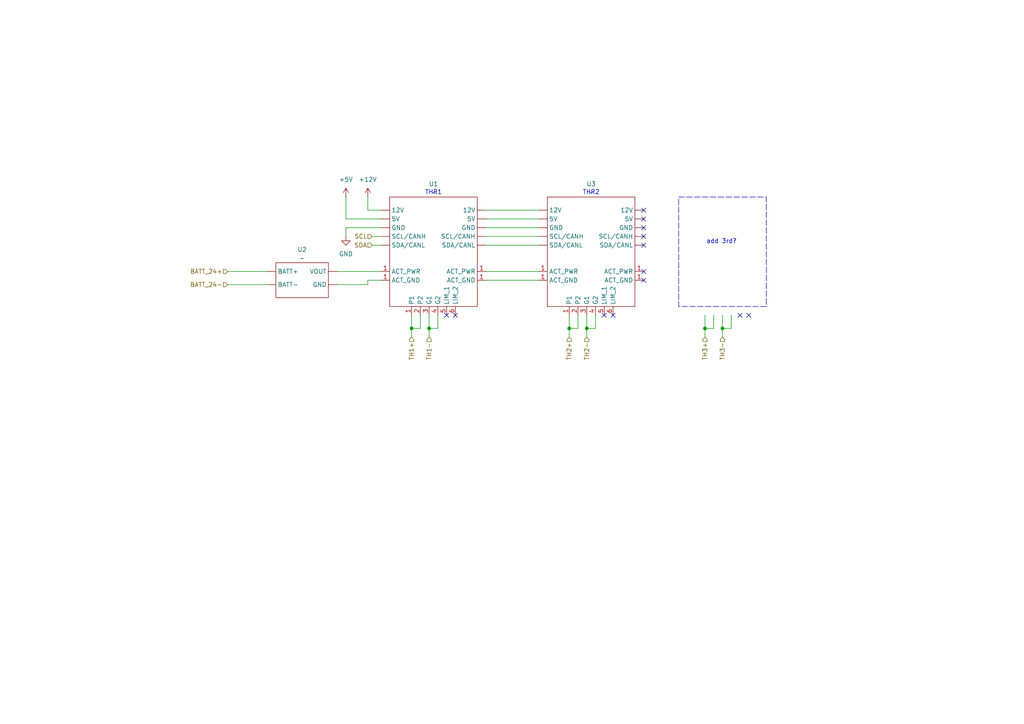
<source format=kicad_sch>
(kicad_sch (version 20231120) (generator "eeschema") (generator_version "8.0")
  (paper "A4")
  (lib_symbols
    (symbol "automedon:RLCS_RELAY"
      (property "Reference" "U" (at 0 0 0))
      (symbol "RLCS_RELAY_0_1"
        (rectangle (start -12.7 -1.27) (end 12.7 -33.02))
      )
      (symbol "RLCS_RELAY_1_1"
        (pin power_out line (at -15.24 -5.08 0) (length 2.54) (name "12V") (number ""))
        (pin power_out line (at 15.24 -5.08 180) (length 2.54) (name "12V") (number ""))
        (pin power_out line (at -15.24 -7.62 0) (length 2.54) (name "5V") (number ""))
        (pin power_out line (at 15.24 -7.62 180) (length 2.54) (name "5V") (number ""))
        (pin power_out line (at -15.24 -10.16 0) (length 2.54) (name "GND") (number ""))
        (pin power_out line (at 15.24 -10.16 180) (length 2.54) (name "GND") (number ""))
        (pin power_out line (at -15.24 -12.7 0) (length 2.54) (name "SCL/CANH") (number ""))
        (pin power_out line (at 15.24 -12.7 180) (length 2.54) (name "SCL/CANH") (number ""))
        (pin power_out line (at -15.24 -15.24 0) (length 2.54) (name "SDA/CANL") (number ""))
        (pin power_out line (at 15.24 -15.24 180) (length 2.54) (name "SDA/CANL") (number ""))
        (pin power_out line (at -15.24 -25.4 0) (length 2.54) (name "ACT_GND") (number "1"))
        (pin power_out line (at 15.24 -25.4 180) (length 2.54) (name "ACT_GND") (number "1"))
        (pin power_out line (at -15.24 -22.86 0) (length 2.54) (name "ACT_PWR") (number "1"))
        (pin power_out line (at 15.24 -22.86 180) (length 2.54) (name "ACT_PWR") (number "1"))
        (pin power_out line (at -6.35 -35.56 90) (length 2.54) (name "P1") (number "1"))
        (pin power_out line (at -3.81 -35.56 90) (length 2.54) (name "P2") (number "2"))
        (pin power_out line (at -1.27 -35.56 90) (length 2.54) (name "G1") (number "3"))
        (pin power_out line (at 1.27 -35.56 90) (length 2.54) (name "G2") (number "4"))
        (pin power_out line (at 3.81 -35.56 90) (length 2.54) (name "LIM_1") (number "5"))
        (pin power_out line (at 6.35 -35.56 90) (length 2.54) (name "LIM_2") (number "6"))
      )
    )
    (symbol "automedon:RPP"
      (property "Reference" "U" (at 0 0 0))
      (symbol "RPP_0_1"
        (rectangle (start -7.62 -2.54) (end 7.62 -12.7))
      )
      (symbol "RPP_1_1"
        (pin power_out line (at -10.16 -5.08 0) (length 2.54) (name "BATT+") (number ""))
        (pin power_out line (at -10.16 -8.89 0) (length 2.54) (name "BATT-") (number ""))
        (pin power_out line (at 10.16 -8.89 180) (length 2.54) (name "GND") (number ""))
        (pin power_out line (at 10.16 -5.08 180) (length 2.54) (name "VOUT") (number ""))
      )
    )
    (symbol "power:+12V" (power) (pin_numbers hide) (pin_names (offset 0) hide)
      (property "Value" "+12V" (at 0 3.556 0))
      (symbol "+12V_0_1"
        (polyline (pts (xy -0.762 1.27) (xy 0 2.54)))
        (polyline (pts (xy 0 0) (xy 0 2.54)))
        (polyline (pts (xy 0 2.54) (xy 0.762 1.27)))
      )
      (symbol "+12V_1_1"
        (pin power_in line (at 0 0 90) (length 0) (name "~") (number "1"))
      )
    )
    (symbol "power:+5V" (power) (pin_numbers hide) (pin_names (offset 0) hide)
      (property "Value" "+5V" (at 0 3.556 0))
      (symbol "+5V_0_1"
        (polyline (pts (xy -0.762 1.27) (xy 0 2.54)))
        (polyline (pts (xy 0 0) (xy 0 2.54)))
        (polyline (pts (xy 0 2.54) (xy 0.762 1.27)))
      )
      (symbol "+5V_1_1"
        (pin power_in line (at 0 0 90) (length 0) (name "~") (number "1"))
      )
    )
    (symbol "power:GND" (power) (pin_numbers hide) (pin_names (offset 0) hide)
      (property "Value" "GND" (at 0 -3.81 0))
      (symbol "GND_0_1"
        (polyline (pts (xy 0 0) (xy 0 -1.27) (xy 1.27 -1.27) (xy 0 -2.54) (xy -1.27 -1.27) (xy 0 -1.27)))
      )
      (symbol "GND_1_1"
        (pin power_in line (at 0 0 270) (length 0) (name "~") (number "1"))
      )
    )
  )
  (junction (at 165.1 95.25))
  (junction (at 119.38 95.25))
  (junction (at 204.47 95.25))
  (junction (at 209.55 95.25))
  (junction (at 124.46 95.25))
  (junction (at 170.18 95.25))
  (no_connect (at 214.63 91.44))
  (no_connect (at 175.26 91.44))
  (no_connect (at 132.08 91.44))
  (no_connect (at 186.69 60.96))
  (no_connect (at 186.69 78.74))
  (no_connect (at 217.17 91.44))
  (no_connect (at 129.54 91.44))
  (no_connect (at 186.69 71.12))
  (no_connect (at 186.69 66.04))
  (no_connect (at 186.69 81.28))
  (no_connect (at 186.69 63.5))
  (no_connect (at 186.69 68.58))
  (no_connect (at 177.8 91.44))
  (wire (pts (xy 204.47 95.25) (xy 204.47 97.79)))
  (wire (pts (xy 170.18 95.25) (xy 172.72 95.25)))
  (wire (pts (xy 204.47 91.44) (xy 204.47 95.25)))
  (wire (pts (xy 107.95 71.12) (xy 110.49 71.12)))
  (wire (pts (xy 140.97 68.58) (xy 156.21 68.58)))
  (wire (pts (xy 106.68 81.28) (xy 110.49 81.28)))
  (wire (pts (xy 124.46 95.25) (xy 124.46 97.79)))
  (wire (pts (xy 66.04 82.55) (xy 77.47 82.55)))
  (wire (pts (xy 110.49 66.04) (xy 100.33 66.04)))
  (wire (pts (xy 127 91.44) (xy 127 95.25)))
  (wire (pts (xy 97.79 78.74) (xy 110.49 78.74)))
  (wire (pts (xy 209.55 95.25) (xy 209.55 97.79)))
  (wire (pts (xy 204.47 95.25) (xy 207.01 95.25)))
  (wire (pts (xy 106.68 82.55) (xy 106.68 81.28)))
  (wire (pts (xy 212.09 91.44) (xy 212.09 95.25)))
  (wire (pts (xy 140.97 63.5) (xy 156.21 63.5)))
  (wire (pts (xy 119.38 91.44) (xy 119.38 95.25)))
  (wire (pts (xy 140.97 71.12) (xy 156.21 71.12)))
  (wire (pts (xy 172.72 91.44) (xy 172.72 95.25)))
  (wire (pts (xy 124.46 91.44) (xy 124.46 95.25)))
  (wire (pts (xy 170.18 95.25) (xy 170.18 97.79)))
  (wire (pts (xy 165.1 91.44) (xy 165.1 95.25)))
  (wire (pts (xy 209.55 91.44) (xy 209.55 95.25)))
  (wire (pts (xy 100.33 66.04) (xy 100.33 68.58)))
  (wire (pts (xy 119.38 95.25) (xy 121.92 95.25)))
  (wire (pts (xy 97.79 82.55) (xy 106.68 82.55)))
  (wire (pts (xy 165.1 95.25) (xy 165.1 97.79)))
  (wire (pts (xy 106.68 60.96) (xy 106.68 57.15)))
  (wire (pts (xy 119.38 95.25) (xy 119.38 97.79)))
  (wire (pts (xy 140.97 78.74) (xy 156.21 78.74)))
  (wire (pts (xy 167.64 91.44) (xy 167.64 95.25)))
  (wire (pts (xy 107.95 68.58) (xy 110.49 68.58)))
  (wire (pts (xy 140.97 66.04) (xy 156.21 66.04)))
  (wire (pts (xy 170.18 91.44) (xy 170.18 95.25)))
  (wire (pts (xy 121.92 91.44) (xy 121.92 95.25)))
  (wire (pts (xy 66.04 78.74) (xy 77.47 78.74)))
  (wire (pts (xy 165.1 95.25) (xy 167.64 95.25)))
  (wire (pts (xy 140.97 81.28) (xy 156.21 81.28)))
  (wire (pts (xy 110.49 63.5) (xy 100.33 63.5)))
  (wire (pts (xy 140.97 60.96) (xy 156.21 60.96)))
  (wire (pts (xy 209.55 95.25) (xy 212.09 95.25)))
  (wire (pts (xy 124.46 95.25) (xy 127 95.25)))
  (wire (pts (xy 110.49 60.96) (xy 106.68 60.96)))
  (wire (pts (xy 100.33 63.5) (xy 100.33 57.15)))
  (wire (pts (xy 207.01 91.44) (xy 207.01 95.25)))
  (rectangle (start 196.85 57.15) (end 222.25 88.9) (stroke (width 0) (type dash)))
  (text "add 3rd?\n" (at 209.296 70.104 0) (effects (font (size 1.27 1.27))))
  (text "THR2" (at 171.45 55.88 0) (effects (font (size 1.27 1.27))))
  (text "THR1" (at 125.73 55.88 0) (effects (font (size 1.27 1.27))))
  (hierarchical_label "SCL" (shape input) (at 107.95 68.58 180))
  (hierarchical_label "TH3+" (shape input) (at 204.47 97.79 270))
  (hierarchical_label "TH3-" (shape input) (at 209.55 97.79 270))
  (hierarchical_label "TH1+" (shape input) (at 119.38 97.79 270))
  (hierarchical_label "BATT_24-" (shape input) (at 66.04 82.55 180))
  (hierarchical_label "TH1-" (shape input) (at 124.46 97.79 270))
  (hierarchical_label "TH2-" (shape input) (at 170.18 97.79 270))
  (hierarchical_label "TH2+" (shape input) (at 165.1 97.79 270))
  (hierarchical_label "BATT_24+" (shape input) (at 66.04 78.74 180))
  (hierarchical_label "SDA" (shape input) (at 107.95 71.12 180))
  (symbol (lib_id "power:+5V") (at 100.33 57.15 0) (unit 1)
    (property "Reference" "#PWR09" (effects (hide yes)))
    (property "Value" "+5V" (at 100.33 52.07 0))
    (property "Description" "Power symbol creates a global label with name \"+5V\"" (effects (hide yes)))
  )
  (symbol (lib_id "automedon:RLCS_RELAY") (at 125.73 55.88 0) (unit 1)
    (property "Reference" "U1" (at 125.73 53.34 0))
    (property "Value" "~" (at 125.73 55.88 0))
  )
  (symbol (lib_id "power:GND") (at 100.33 68.58 0) (unit 1)
    (property "Reference" "#PWR07" (effects (hide yes)))
    (property "Value" "GND" (at 100.33 73.66 0))
    (property "Description" "Power symbol creates a global label with name \"GND\" , ground" (effects (hide yes)))
  )
  (symbol (lib_name "automedon:RLCS_RELAY") (lib_id "automedon:RLCS_RELAY") (at 171.45 55.88 0) (unit 1)
    (property "Reference" "U3" (at 171.45 53.34 0))
    (property "Value" "~" (at 171.45 55.88 0))
  )
  (symbol (lib_id "automedon:RPP") (at 87.63 73.66 0) (unit 1)
    (property "Reference" "U2" (at 87.63 72.39 0))
    (property "Value" "~" (at 87.63 74.93 0))
  )
  (symbol (lib_id "power:+12V") (at 106.68 57.15 0) (unit 1)
    (property "Reference" "#PWR08" (effects (hide yes)))
    (property "Value" "+12V" (at 106.68 52.07 0))
    (property "Description" "Power symbol creates a global label with name \"+12V\"" (effects (hide yes)))
  )
)
</source>
